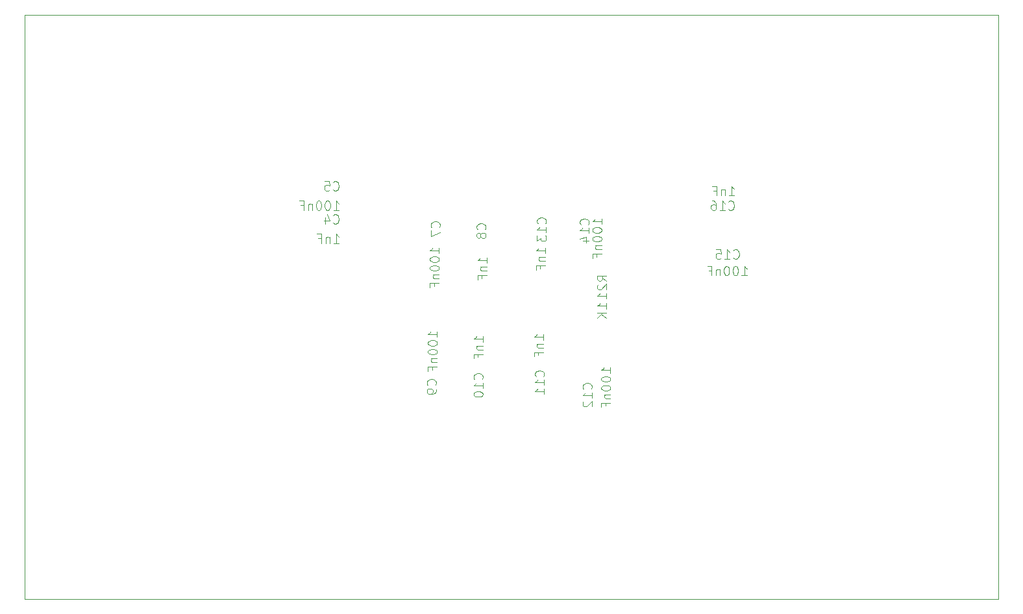
<source format=gbo>
G04 #@! TF.GenerationSoftware,KiCad,Pcbnew,(2018-01-07 revision 6cee19d37)-makepkg*
G04 #@! TF.CreationDate,2018-01-30T19:24:48-07:00*
G04 #@! TF.ProjectId,Copper Receiver Module,436F7070657220526563656976657220,0.1*
G04 #@! TF.SameCoordinates,Original*
G04 #@! TF.FileFunction,Legend,Bot*
G04 #@! TF.FilePolarity,Positive*
%FSLAX46Y46*%
G04 Gerber Fmt 4.6, Leading zero omitted, Abs format (unit mm)*
G04 Created by KiCad (PCBNEW (2018-01-07 revision 6cee19d37)-makepkg) date 01/30/18 19:24:48*
%MOMM*%
%LPD*%
G01*
G04 APERTURE LIST*
%ADD10C,0.100000*%
%ADD11C,0.101600*%
G04 APERTURE END LIST*
D10*
X190500000Y-50800000D02*
X63500000Y-50800000D01*
X190500000Y-127000000D02*
X190500000Y-50800000D01*
X63500000Y-127000000D02*
X190500000Y-127000000D01*
X63500000Y-50800000D02*
X63500000Y-127000000D01*
D11*
X123525642Y-78766730D02*
X123583095Y-78709278D01*
X123640547Y-78536920D01*
X123640547Y-78422016D01*
X123583095Y-78249659D01*
X123468190Y-78134754D01*
X123353285Y-78077301D01*
X123123476Y-78019849D01*
X122951119Y-78019849D01*
X122721309Y-78077301D01*
X122606404Y-78134754D01*
X122491500Y-78249659D01*
X122434047Y-78422016D01*
X122434047Y-78536920D01*
X122491500Y-78709278D01*
X122548952Y-78766730D01*
X122951119Y-79456159D02*
X122893666Y-79341254D01*
X122836214Y-79283801D01*
X122721309Y-79226349D01*
X122663857Y-79226349D01*
X122548952Y-79283801D01*
X122491500Y-79341254D01*
X122434047Y-79456159D01*
X122434047Y-79685968D01*
X122491500Y-79800873D01*
X122548952Y-79858325D01*
X122663857Y-79915778D01*
X122721309Y-79915778D01*
X122836214Y-79858325D01*
X122893666Y-79800873D01*
X122951119Y-79685968D01*
X122951119Y-79456159D01*
X123008571Y-79341254D01*
X123066023Y-79283801D01*
X123180928Y-79226349D01*
X123410738Y-79226349D01*
X123525642Y-79283801D01*
X123583095Y-79341254D01*
X123640547Y-79456159D01*
X123640547Y-79685968D01*
X123583095Y-79800873D01*
X123525642Y-79858325D01*
X123410738Y-79915778D01*
X123180928Y-79915778D01*
X123066023Y-79858325D01*
X123008571Y-79800873D01*
X122951119Y-79685968D01*
X123767547Y-83154278D02*
X123767547Y-82464849D01*
X123767547Y-82809563D02*
X122561047Y-82809563D01*
X122733404Y-82694659D01*
X122848309Y-82579754D01*
X122905761Y-82464849D01*
X122963214Y-83671349D02*
X123767547Y-83671349D01*
X123078119Y-83671349D02*
X123020666Y-83728801D01*
X122963214Y-83843706D01*
X122963214Y-84016063D01*
X123020666Y-84130968D01*
X123135571Y-84188420D01*
X123767547Y-84188420D01*
X123135571Y-85165111D02*
X123135571Y-84762944D01*
X123767547Y-84762944D02*
X122561047Y-84762944D01*
X122561047Y-85337468D01*
X103732269Y-77932642D02*
X103789721Y-77990095D01*
X103962079Y-78047547D01*
X104076983Y-78047547D01*
X104249340Y-77990095D01*
X104364245Y-77875190D01*
X104421698Y-77760285D01*
X104479150Y-77530476D01*
X104479150Y-77358119D01*
X104421698Y-77128309D01*
X104364245Y-77013404D01*
X104249340Y-76898500D01*
X104076983Y-76841047D01*
X103962079Y-76841047D01*
X103789721Y-76898500D01*
X103732269Y-76955952D01*
X102698126Y-77243214D02*
X102698126Y-78047547D01*
X102985388Y-76783595D02*
X103272650Y-77645380D01*
X102525769Y-77645380D01*
X103789721Y-80587547D02*
X104479150Y-80587547D01*
X104134436Y-80587547D02*
X104134436Y-79381047D01*
X104249340Y-79553404D01*
X104364245Y-79668309D01*
X104479150Y-79725761D01*
X103272650Y-79783214D02*
X103272650Y-80587547D01*
X103272650Y-79898119D02*
X103215198Y-79840666D01*
X103100293Y-79783214D01*
X102927936Y-79783214D01*
X102813031Y-79840666D01*
X102755579Y-79955571D01*
X102755579Y-80587547D01*
X101778888Y-79955571D02*
X102181055Y-79955571D01*
X102181055Y-80587547D02*
X102181055Y-79381047D01*
X101606531Y-79381047D01*
X103732269Y-73614642D02*
X103789721Y-73672095D01*
X103962079Y-73729547D01*
X104076983Y-73729547D01*
X104249340Y-73672095D01*
X104364245Y-73557190D01*
X104421698Y-73442285D01*
X104479150Y-73212476D01*
X104479150Y-73040119D01*
X104421698Y-72810309D01*
X104364245Y-72695404D01*
X104249340Y-72580500D01*
X104076983Y-72523047D01*
X103962079Y-72523047D01*
X103789721Y-72580500D01*
X103732269Y-72637952D01*
X102640674Y-72523047D02*
X103215198Y-72523047D01*
X103272650Y-73097571D01*
X103215198Y-73040119D01*
X103100293Y-72982666D01*
X102813031Y-72982666D01*
X102698126Y-73040119D01*
X102640674Y-73097571D01*
X102583221Y-73212476D01*
X102583221Y-73499738D01*
X102640674Y-73614642D01*
X102698126Y-73672095D01*
X102813031Y-73729547D01*
X103100293Y-73729547D01*
X103215198Y-73672095D01*
X103272650Y-73614642D01*
X103789721Y-76269547D02*
X104479150Y-76269547D01*
X104134436Y-76269547D02*
X104134436Y-75063047D01*
X104249340Y-75235404D01*
X104364245Y-75350309D01*
X104479150Y-75407761D01*
X103042840Y-75063047D02*
X102927936Y-75063047D01*
X102813031Y-75120500D01*
X102755579Y-75177952D01*
X102698126Y-75292857D01*
X102640674Y-75522666D01*
X102640674Y-75809928D01*
X102698126Y-76039738D01*
X102755579Y-76154642D01*
X102813031Y-76212095D01*
X102927936Y-76269547D01*
X103042840Y-76269547D01*
X103157745Y-76212095D01*
X103215198Y-76154642D01*
X103272650Y-76039738D01*
X103330102Y-75809928D01*
X103330102Y-75522666D01*
X103272650Y-75292857D01*
X103215198Y-75177952D01*
X103157745Y-75120500D01*
X103042840Y-75063047D01*
X101893793Y-75063047D02*
X101778888Y-75063047D01*
X101663983Y-75120500D01*
X101606531Y-75177952D01*
X101549079Y-75292857D01*
X101491626Y-75522666D01*
X101491626Y-75809928D01*
X101549079Y-76039738D01*
X101606531Y-76154642D01*
X101663983Y-76212095D01*
X101778888Y-76269547D01*
X101893793Y-76269547D01*
X102008698Y-76212095D01*
X102066150Y-76154642D01*
X102123602Y-76039738D01*
X102181055Y-75809928D01*
X102181055Y-75522666D01*
X102123602Y-75292857D01*
X102066150Y-75177952D01*
X102008698Y-75120500D01*
X101893793Y-75063047D01*
X100974555Y-75465214D02*
X100974555Y-76269547D01*
X100974555Y-75580119D02*
X100917102Y-75522666D01*
X100802198Y-75465214D01*
X100629840Y-75465214D01*
X100514936Y-75522666D01*
X100457483Y-75637571D01*
X100457483Y-76269547D01*
X99480793Y-75637571D02*
X99882960Y-75637571D01*
X99882960Y-76269547D02*
X99882960Y-75063047D01*
X99308436Y-75063047D01*
X117556642Y-78512730D02*
X117614095Y-78455278D01*
X117671547Y-78282920D01*
X117671547Y-78168016D01*
X117614095Y-77995659D01*
X117499190Y-77880754D01*
X117384285Y-77823301D01*
X117154476Y-77765849D01*
X116982119Y-77765849D01*
X116752309Y-77823301D01*
X116637404Y-77880754D01*
X116522500Y-77995659D01*
X116465047Y-78168016D01*
X116465047Y-78282920D01*
X116522500Y-78455278D01*
X116579952Y-78512730D01*
X116465047Y-78914897D02*
X116465047Y-79719230D01*
X117671547Y-79202159D01*
X117544547Y-81884278D02*
X117544547Y-81194849D01*
X117544547Y-81539563D02*
X116338047Y-81539563D01*
X116510404Y-81424659D01*
X116625309Y-81309754D01*
X116682761Y-81194849D01*
X116338047Y-82631159D02*
X116338047Y-82746063D01*
X116395500Y-82860968D01*
X116452952Y-82918420D01*
X116567857Y-82975873D01*
X116797666Y-83033325D01*
X117084928Y-83033325D01*
X117314738Y-82975873D01*
X117429642Y-82918420D01*
X117487095Y-82860968D01*
X117544547Y-82746063D01*
X117544547Y-82631159D01*
X117487095Y-82516254D01*
X117429642Y-82458801D01*
X117314738Y-82401349D01*
X117084928Y-82343897D01*
X116797666Y-82343897D01*
X116567857Y-82401349D01*
X116452952Y-82458801D01*
X116395500Y-82516254D01*
X116338047Y-82631159D01*
X116338047Y-83780206D02*
X116338047Y-83895111D01*
X116395500Y-84010016D01*
X116452952Y-84067468D01*
X116567857Y-84124920D01*
X116797666Y-84182373D01*
X117084928Y-84182373D01*
X117314738Y-84124920D01*
X117429642Y-84067468D01*
X117487095Y-84010016D01*
X117544547Y-83895111D01*
X117544547Y-83780206D01*
X117487095Y-83665301D01*
X117429642Y-83607849D01*
X117314738Y-83550397D01*
X117084928Y-83492944D01*
X116797666Y-83492944D01*
X116567857Y-83550397D01*
X116452952Y-83607849D01*
X116395500Y-83665301D01*
X116338047Y-83780206D01*
X116740214Y-84699444D02*
X117544547Y-84699444D01*
X116855119Y-84699444D02*
X116797666Y-84756897D01*
X116740214Y-84871801D01*
X116740214Y-85044159D01*
X116797666Y-85159063D01*
X116912571Y-85216516D01*
X117544547Y-85216516D01*
X116912571Y-86193206D02*
X116912571Y-85791040D01*
X117544547Y-85791040D02*
X116338047Y-85791040D01*
X116338047Y-86365563D01*
X117048642Y-99086730D02*
X117106095Y-99029278D01*
X117163547Y-98856920D01*
X117163547Y-98742016D01*
X117106095Y-98569659D01*
X116991190Y-98454754D01*
X116876285Y-98397301D01*
X116646476Y-98339849D01*
X116474119Y-98339849D01*
X116244309Y-98397301D01*
X116129404Y-98454754D01*
X116014500Y-98569659D01*
X115957047Y-98742016D01*
X115957047Y-98856920D01*
X116014500Y-99029278D01*
X116071952Y-99086730D01*
X117163547Y-99661254D02*
X117163547Y-99891063D01*
X117106095Y-100005968D01*
X117048642Y-100063420D01*
X116876285Y-100178325D01*
X116646476Y-100235778D01*
X116186857Y-100235778D01*
X116071952Y-100178325D01*
X116014500Y-100120873D01*
X115957047Y-100005968D01*
X115957047Y-99776159D01*
X116014500Y-99661254D01*
X116071952Y-99603801D01*
X116186857Y-99546349D01*
X116474119Y-99546349D01*
X116589023Y-99603801D01*
X116646476Y-99661254D01*
X116703928Y-99776159D01*
X116703928Y-100005968D01*
X116646476Y-100120873D01*
X116589023Y-100178325D01*
X116474119Y-100235778D01*
X117290547Y-92806278D02*
X117290547Y-92116849D01*
X117290547Y-92461563D02*
X116084047Y-92461563D01*
X116256404Y-92346659D01*
X116371309Y-92231754D01*
X116428761Y-92116849D01*
X116084047Y-93553159D02*
X116084047Y-93668063D01*
X116141500Y-93782968D01*
X116198952Y-93840420D01*
X116313857Y-93897873D01*
X116543666Y-93955325D01*
X116830928Y-93955325D01*
X117060738Y-93897873D01*
X117175642Y-93840420D01*
X117233095Y-93782968D01*
X117290547Y-93668063D01*
X117290547Y-93553159D01*
X117233095Y-93438254D01*
X117175642Y-93380801D01*
X117060738Y-93323349D01*
X116830928Y-93265897D01*
X116543666Y-93265897D01*
X116313857Y-93323349D01*
X116198952Y-93380801D01*
X116141500Y-93438254D01*
X116084047Y-93553159D01*
X116084047Y-94702206D02*
X116084047Y-94817111D01*
X116141500Y-94932016D01*
X116198952Y-94989468D01*
X116313857Y-95046920D01*
X116543666Y-95104373D01*
X116830928Y-95104373D01*
X117060738Y-95046920D01*
X117175642Y-94989468D01*
X117233095Y-94932016D01*
X117290547Y-94817111D01*
X117290547Y-94702206D01*
X117233095Y-94587301D01*
X117175642Y-94529849D01*
X117060738Y-94472397D01*
X116830928Y-94414944D01*
X116543666Y-94414944D01*
X116313857Y-94472397D01*
X116198952Y-94529849D01*
X116141500Y-94587301D01*
X116084047Y-94702206D01*
X116486214Y-95621444D02*
X117290547Y-95621444D01*
X116601119Y-95621444D02*
X116543666Y-95678897D01*
X116486214Y-95793801D01*
X116486214Y-95966159D01*
X116543666Y-96081063D01*
X116658571Y-96138516D01*
X117290547Y-96138516D01*
X116658571Y-97115206D02*
X116658571Y-96713040D01*
X117290547Y-96713040D02*
X116084047Y-96713040D01*
X116084047Y-97287563D01*
X123144642Y-98324730D02*
X123202095Y-98267278D01*
X123259547Y-98094920D01*
X123259547Y-97980016D01*
X123202095Y-97807659D01*
X123087190Y-97692754D01*
X122972285Y-97635301D01*
X122742476Y-97577849D01*
X122570119Y-97577849D01*
X122340309Y-97635301D01*
X122225404Y-97692754D01*
X122110500Y-97807659D01*
X122053047Y-97980016D01*
X122053047Y-98094920D01*
X122110500Y-98267278D01*
X122167952Y-98324730D01*
X123259547Y-99473778D02*
X123259547Y-98784349D01*
X123259547Y-99129063D02*
X122053047Y-99129063D01*
X122225404Y-99014159D01*
X122340309Y-98899254D01*
X122397761Y-98784349D01*
X122053047Y-100220659D02*
X122053047Y-100335563D01*
X122110500Y-100450468D01*
X122167952Y-100507920D01*
X122282857Y-100565373D01*
X122512666Y-100622825D01*
X122799928Y-100622825D01*
X123029738Y-100565373D01*
X123144642Y-100507920D01*
X123202095Y-100450468D01*
X123259547Y-100335563D01*
X123259547Y-100220659D01*
X123202095Y-100105754D01*
X123144642Y-100048301D01*
X123029738Y-99990849D01*
X122799928Y-99933397D01*
X122512666Y-99933397D01*
X122282857Y-99990849D01*
X122167952Y-100048301D01*
X122110500Y-100105754D01*
X122053047Y-100220659D01*
X123259547Y-93441278D02*
X123259547Y-92751849D01*
X123259547Y-93096563D02*
X122053047Y-93096563D01*
X122225404Y-92981659D01*
X122340309Y-92866754D01*
X122397761Y-92751849D01*
X122455214Y-93958349D02*
X123259547Y-93958349D01*
X122570119Y-93958349D02*
X122512666Y-94015801D01*
X122455214Y-94130706D01*
X122455214Y-94303063D01*
X122512666Y-94417968D01*
X122627571Y-94475420D01*
X123259547Y-94475420D01*
X122627571Y-95452111D02*
X122627571Y-95049944D01*
X123259547Y-95049944D02*
X122053047Y-95049944D01*
X122053047Y-95624468D01*
X131145642Y-97943730D02*
X131203095Y-97886278D01*
X131260547Y-97713920D01*
X131260547Y-97599016D01*
X131203095Y-97426659D01*
X131088190Y-97311754D01*
X130973285Y-97254301D01*
X130743476Y-97196849D01*
X130571119Y-97196849D01*
X130341309Y-97254301D01*
X130226404Y-97311754D01*
X130111500Y-97426659D01*
X130054047Y-97599016D01*
X130054047Y-97713920D01*
X130111500Y-97886278D01*
X130168952Y-97943730D01*
X131260547Y-99092778D02*
X131260547Y-98403349D01*
X131260547Y-98748063D02*
X130054047Y-98748063D01*
X130226404Y-98633159D01*
X130341309Y-98518254D01*
X130398761Y-98403349D01*
X131260547Y-100241825D02*
X131260547Y-99552397D01*
X131260547Y-99897111D02*
X130054047Y-99897111D01*
X130226404Y-99782206D01*
X130341309Y-99667301D01*
X130398761Y-99552397D01*
X131133547Y-93187278D02*
X131133547Y-92497849D01*
X131133547Y-92842563D02*
X129927047Y-92842563D01*
X130099404Y-92727659D01*
X130214309Y-92612754D01*
X130271761Y-92497849D01*
X130329214Y-93704349D02*
X131133547Y-93704349D01*
X130444119Y-93704349D02*
X130386666Y-93761801D01*
X130329214Y-93876706D01*
X130329214Y-94049063D01*
X130386666Y-94163968D01*
X130501571Y-94221420D01*
X131133547Y-94221420D01*
X130501571Y-95198111D02*
X130501571Y-94795944D01*
X131133547Y-94795944D02*
X129927047Y-94795944D01*
X129927047Y-95370468D01*
X137368642Y-99594730D02*
X137426095Y-99537278D01*
X137483547Y-99364920D01*
X137483547Y-99250016D01*
X137426095Y-99077659D01*
X137311190Y-98962754D01*
X137196285Y-98905301D01*
X136966476Y-98847849D01*
X136794119Y-98847849D01*
X136564309Y-98905301D01*
X136449404Y-98962754D01*
X136334500Y-99077659D01*
X136277047Y-99250016D01*
X136277047Y-99364920D01*
X136334500Y-99537278D01*
X136391952Y-99594730D01*
X137483547Y-100743778D02*
X137483547Y-100054349D01*
X137483547Y-100399063D02*
X136277047Y-100399063D01*
X136449404Y-100284159D01*
X136564309Y-100169254D01*
X136621761Y-100054349D01*
X136391952Y-101203397D02*
X136334500Y-101260849D01*
X136277047Y-101375754D01*
X136277047Y-101663016D01*
X136334500Y-101777920D01*
X136391952Y-101835373D01*
X136506857Y-101892825D01*
X136621761Y-101892825D01*
X136794119Y-101835373D01*
X137483547Y-101145944D01*
X137483547Y-101892825D01*
X139896547Y-97505278D02*
X139896547Y-96815849D01*
X139896547Y-97160563D02*
X138690047Y-97160563D01*
X138862404Y-97045659D01*
X138977309Y-96930754D01*
X139034761Y-96815849D01*
X138690047Y-98252159D02*
X138690047Y-98367063D01*
X138747500Y-98481968D01*
X138804952Y-98539420D01*
X138919857Y-98596873D01*
X139149666Y-98654325D01*
X139436928Y-98654325D01*
X139666738Y-98596873D01*
X139781642Y-98539420D01*
X139839095Y-98481968D01*
X139896547Y-98367063D01*
X139896547Y-98252159D01*
X139839095Y-98137254D01*
X139781642Y-98079801D01*
X139666738Y-98022349D01*
X139436928Y-97964897D01*
X139149666Y-97964897D01*
X138919857Y-98022349D01*
X138804952Y-98079801D01*
X138747500Y-98137254D01*
X138690047Y-98252159D01*
X138690047Y-99401206D02*
X138690047Y-99516111D01*
X138747500Y-99631016D01*
X138804952Y-99688468D01*
X138919857Y-99745920D01*
X139149666Y-99803373D01*
X139436928Y-99803373D01*
X139666738Y-99745920D01*
X139781642Y-99688468D01*
X139839095Y-99631016D01*
X139896547Y-99516111D01*
X139896547Y-99401206D01*
X139839095Y-99286301D01*
X139781642Y-99228849D01*
X139666738Y-99171397D01*
X139436928Y-99113944D01*
X139149666Y-99113944D01*
X138919857Y-99171397D01*
X138804952Y-99228849D01*
X138747500Y-99286301D01*
X138690047Y-99401206D01*
X139092214Y-100320444D02*
X139896547Y-100320444D01*
X139207119Y-100320444D02*
X139149666Y-100377897D01*
X139092214Y-100492801D01*
X139092214Y-100665159D01*
X139149666Y-100780063D01*
X139264571Y-100837516D01*
X139896547Y-100837516D01*
X139264571Y-101814206D02*
X139264571Y-101412040D01*
X139896547Y-101412040D02*
X138690047Y-101412040D01*
X138690047Y-101986563D01*
X131399642Y-78004730D02*
X131457095Y-77947278D01*
X131514547Y-77774920D01*
X131514547Y-77660016D01*
X131457095Y-77487659D01*
X131342190Y-77372754D01*
X131227285Y-77315301D01*
X130997476Y-77257849D01*
X130825119Y-77257849D01*
X130595309Y-77315301D01*
X130480404Y-77372754D01*
X130365500Y-77487659D01*
X130308047Y-77660016D01*
X130308047Y-77774920D01*
X130365500Y-77947278D01*
X130422952Y-78004730D01*
X131514547Y-79153778D02*
X131514547Y-78464349D01*
X131514547Y-78809063D02*
X130308047Y-78809063D01*
X130480404Y-78694159D01*
X130595309Y-78579254D01*
X130652761Y-78464349D01*
X130308047Y-79555944D02*
X130308047Y-80302825D01*
X130767666Y-79900659D01*
X130767666Y-80073016D01*
X130825119Y-80187920D01*
X130882571Y-80245373D01*
X130997476Y-80302825D01*
X131284738Y-80302825D01*
X131399642Y-80245373D01*
X131457095Y-80187920D01*
X131514547Y-80073016D01*
X131514547Y-79728301D01*
X131457095Y-79613397D01*
X131399642Y-79555944D01*
X131387547Y-81884278D02*
X131387547Y-81194849D01*
X131387547Y-81539563D02*
X130181047Y-81539563D01*
X130353404Y-81424659D01*
X130468309Y-81309754D01*
X130525761Y-81194849D01*
X130583214Y-82401349D02*
X131387547Y-82401349D01*
X130698119Y-82401349D02*
X130640666Y-82458801D01*
X130583214Y-82573706D01*
X130583214Y-82746063D01*
X130640666Y-82860968D01*
X130755571Y-82918420D01*
X131387547Y-82918420D01*
X130755571Y-83895111D02*
X130755571Y-83492944D01*
X131387547Y-83492944D02*
X130181047Y-83492944D01*
X130181047Y-84067468D01*
X136987642Y-78131730D02*
X137045095Y-78074278D01*
X137102547Y-77901920D01*
X137102547Y-77787016D01*
X137045095Y-77614659D01*
X136930190Y-77499754D01*
X136815285Y-77442301D01*
X136585476Y-77384849D01*
X136413119Y-77384849D01*
X136183309Y-77442301D01*
X136068404Y-77499754D01*
X135953500Y-77614659D01*
X135896047Y-77787016D01*
X135896047Y-77901920D01*
X135953500Y-78074278D01*
X136010952Y-78131730D01*
X137102547Y-79280778D02*
X137102547Y-78591349D01*
X137102547Y-78936063D02*
X135896047Y-78936063D01*
X136068404Y-78821159D01*
X136183309Y-78706254D01*
X136240761Y-78591349D01*
X136298214Y-80314920D02*
X137102547Y-80314920D01*
X135838595Y-80027659D02*
X136700380Y-79740397D01*
X136700380Y-80487278D01*
X138753547Y-78074278D02*
X138753547Y-77384849D01*
X138753547Y-77729563D02*
X137547047Y-77729563D01*
X137719404Y-77614659D01*
X137834309Y-77499754D01*
X137891761Y-77384849D01*
X137547047Y-78821159D02*
X137547047Y-78936063D01*
X137604500Y-79050968D01*
X137661952Y-79108420D01*
X137776857Y-79165873D01*
X138006666Y-79223325D01*
X138293928Y-79223325D01*
X138523738Y-79165873D01*
X138638642Y-79108420D01*
X138696095Y-79050968D01*
X138753547Y-78936063D01*
X138753547Y-78821159D01*
X138696095Y-78706254D01*
X138638642Y-78648801D01*
X138523738Y-78591349D01*
X138293928Y-78533897D01*
X138006666Y-78533897D01*
X137776857Y-78591349D01*
X137661952Y-78648801D01*
X137604500Y-78706254D01*
X137547047Y-78821159D01*
X137547047Y-79970206D02*
X137547047Y-80085111D01*
X137604500Y-80200016D01*
X137661952Y-80257468D01*
X137776857Y-80314920D01*
X138006666Y-80372373D01*
X138293928Y-80372373D01*
X138523738Y-80314920D01*
X138638642Y-80257468D01*
X138696095Y-80200016D01*
X138753547Y-80085111D01*
X138753547Y-79970206D01*
X138696095Y-79855301D01*
X138638642Y-79797849D01*
X138523738Y-79740397D01*
X138293928Y-79682944D01*
X138006666Y-79682944D01*
X137776857Y-79740397D01*
X137661952Y-79797849D01*
X137604500Y-79855301D01*
X137547047Y-79970206D01*
X137949214Y-80889444D02*
X138753547Y-80889444D01*
X138064119Y-80889444D02*
X138006666Y-80946897D01*
X137949214Y-81061801D01*
X137949214Y-81234159D01*
X138006666Y-81349063D01*
X138121571Y-81406516D01*
X138753547Y-81406516D01*
X138121571Y-82383206D02*
X138121571Y-81981040D01*
X138753547Y-81981040D02*
X137547047Y-81981040D01*
X137547047Y-82555563D01*
X155929269Y-82504642D02*
X155986721Y-82562095D01*
X156159079Y-82619547D01*
X156273983Y-82619547D01*
X156446340Y-82562095D01*
X156561245Y-82447190D01*
X156618698Y-82332285D01*
X156676150Y-82102476D01*
X156676150Y-81930119D01*
X156618698Y-81700309D01*
X156561245Y-81585404D01*
X156446340Y-81470500D01*
X156273983Y-81413047D01*
X156159079Y-81413047D01*
X155986721Y-81470500D01*
X155929269Y-81527952D01*
X154780221Y-82619547D02*
X155469650Y-82619547D01*
X155124936Y-82619547D02*
X155124936Y-81413047D01*
X155239840Y-81585404D01*
X155354745Y-81700309D01*
X155469650Y-81757761D01*
X153688626Y-81413047D02*
X154263150Y-81413047D01*
X154320602Y-81987571D01*
X154263150Y-81930119D01*
X154148245Y-81872666D01*
X153860983Y-81872666D01*
X153746079Y-81930119D01*
X153688626Y-81987571D01*
X153631174Y-82102476D01*
X153631174Y-82389738D01*
X153688626Y-82504642D01*
X153746079Y-82562095D01*
X153860983Y-82619547D01*
X154148245Y-82619547D01*
X154263150Y-82562095D01*
X154320602Y-82504642D01*
X157002721Y-84778547D02*
X157692150Y-84778547D01*
X157347436Y-84778547D02*
X157347436Y-83572047D01*
X157462340Y-83744404D01*
X157577245Y-83859309D01*
X157692150Y-83916761D01*
X156255840Y-83572047D02*
X156140936Y-83572047D01*
X156026031Y-83629500D01*
X155968579Y-83686952D01*
X155911126Y-83801857D01*
X155853674Y-84031666D01*
X155853674Y-84318928D01*
X155911126Y-84548738D01*
X155968579Y-84663642D01*
X156026031Y-84721095D01*
X156140936Y-84778547D01*
X156255840Y-84778547D01*
X156370745Y-84721095D01*
X156428198Y-84663642D01*
X156485650Y-84548738D01*
X156543102Y-84318928D01*
X156543102Y-84031666D01*
X156485650Y-83801857D01*
X156428198Y-83686952D01*
X156370745Y-83629500D01*
X156255840Y-83572047D01*
X155106793Y-83572047D02*
X154991888Y-83572047D01*
X154876983Y-83629500D01*
X154819531Y-83686952D01*
X154762079Y-83801857D01*
X154704626Y-84031666D01*
X154704626Y-84318928D01*
X154762079Y-84548738D01*
X154819531Y-84663642D01*
X154876983Y-84721095D01*
X154991888Y-84778547D01*
X155106793Y-84778547D01*
X155221698Y-84721095D01*
X155279150Y-84663642D01*
X155336602Y-84548738D01*
X155394055Y-84318928D01*
X155394055Y-84031666D01*
X155336602Y-83801857D01*
X155279150Y-83686952D01*
X155221698Y-83629500D01*
X155106793Y-83572047D01*
X154187555Y-83974214D02*
X154187555Y-84778547D01*
X154187555Y-84089119D02*
X154130102Y-84031666D01*
X154015198Y-83974214D01*
X153842840Y-83974214D01*
X153727936Y-84031666D01*
X153670483Y-84146571D01*
X153670483Y-84778547D01*
X152693793Y-84146571D02*
X153095960Y-84146571D01*
X153095960Y-84778547D02*
X153095960Y-83572047D01*
X152521436Y-83572047D01*
X155294269Y-76154642D02*
X155351721Y-76212095D01*
X155524079Y-76269547D01*
X155638983Y-76269547D01*
X155811340Y-76212095D01*
X155926245Y-76097190D01*
X155983698Y-75982285D01*
X156041150Y-75752476D01*
X156041150Y-75580119D01*
X155983698Y-75350309D01*
X155926245Y-75235404D01*
X155811340Y-75120500D01*
X155638983Y-75063047D01*
X155524079Y-75063047D01*
X155351721Y-75120500D01*
X155294269Y-75177952D01*
X154145221Y-76269547D02*
X154834650Y-76269547D01*
X154489936Y-76269547D02*
X154489936Y-75063047D01*
X154604840Y-75235404D01*
X154719745Y-75350309D01*
X154834650Y-75407761D01*
X153111079Y-75063047D02*
X153340888Y-75063047D01*
X153455793Y-75120500D01*
X153513245Y-75177952D01*
X153628150Y-75350309D01*
X153685602Y-75580119D01*
X153685602Y-76039738D01*
X153628150Y-76154642D01*
X153570698Y-76212095D01*
X153455793Y-76269547D01*
X153225983Y-76269547D01*
X153111079Y-76212095D01*
X153053626Y-76154642D01*
X152996174Y-76039738D01*
X152996174Y-75752476D01*
X153053626Y-75637571D01*
X153111079Y-75580119D01*
X153225983Y-75522666D01*
X153455793Y-75522666D01*
X153570698Y-75580119D01*
X153628150Y-75637571D01*
X153685602Y-75752476D01*
X155351721Y-74364547D02*
X156041150Y-74364547D01*
X155696436Y-74364547D02*
X155696436Y-73158047D01*
X155811340Y-73330404D01*
X155926245Y-73445309D01*
X156041150Y-73502761D01*
X154834650Y-73560214D02*
X154834650Y-74364547D01*
X154834650Y-73675119D02*
X154777198Y-73617666D01*
X154662293Y-73560214D01*
X154489936Y-73560214D01*
X154375031Y-73617666D01*
X154317579Y-73732571D01*
X154317579Y-74364547D01*
X153340888Y-73732571D02*
X153743055Y-73732571D01*
X153743055Y-74364547D02*
X153743055Y-73158047D01*
X153168531Y-73158047D01*
X139388547Y-85497730D02*
X138814023Y-85095563D01*
X139388547Y-84808301D02*
X138182047Y-84808301D01*
X138182047Y-85267920D01*
X138239500Y-85382825D01*
X138296952Y-85440278D01*
X138411857Y-85497730D01*
X138584214Y-85497730D01*
X138699119Y-85440278D01*
X138756571Y-85382825D01*
X138814023Y-85267920D01*
X138814023Y-84808301D01*
X138296952Y-85957349D02*
X138239500Y-86014801D01*
X138182047Y-86129706D01*
X138182047Y-86416968D01*
X138239500Y-86531873D01*
X138296952Y-86589325D01*
X138411857Y-86646778D01*
X138526761Y-86646778D01*
X138699119Y-86589325D01*
X139388547Y-85899897D01*
X139388547Y-86646778D01*
X139388547Y-87795825D02*
X139388547Y-87106397D01*
X139388547Y-87451111D02*
X138182047Y-87451111D01*
X138354404Y-87336206D01*
X138469309Y-87221301D01*
X138526761Y-87106397D01*
X139388547Y-89123278D02*
X139388547Y-88433849D01*
X139388547Y-88778563D02*
X138182047Y-88778563D01*
X138354404Y-88663659D01*
X138469309Y-88548754D01*
X138526761Y-88433849D01*
X139388547Y-89640349D02*
X138182047Y-89640349D01*
X139388547Y-90329778D02*
X138699119Y-89812706D01*
X138182047Y-90329778D02*
X138871476Y-89640349D01*
M02*

</source>
